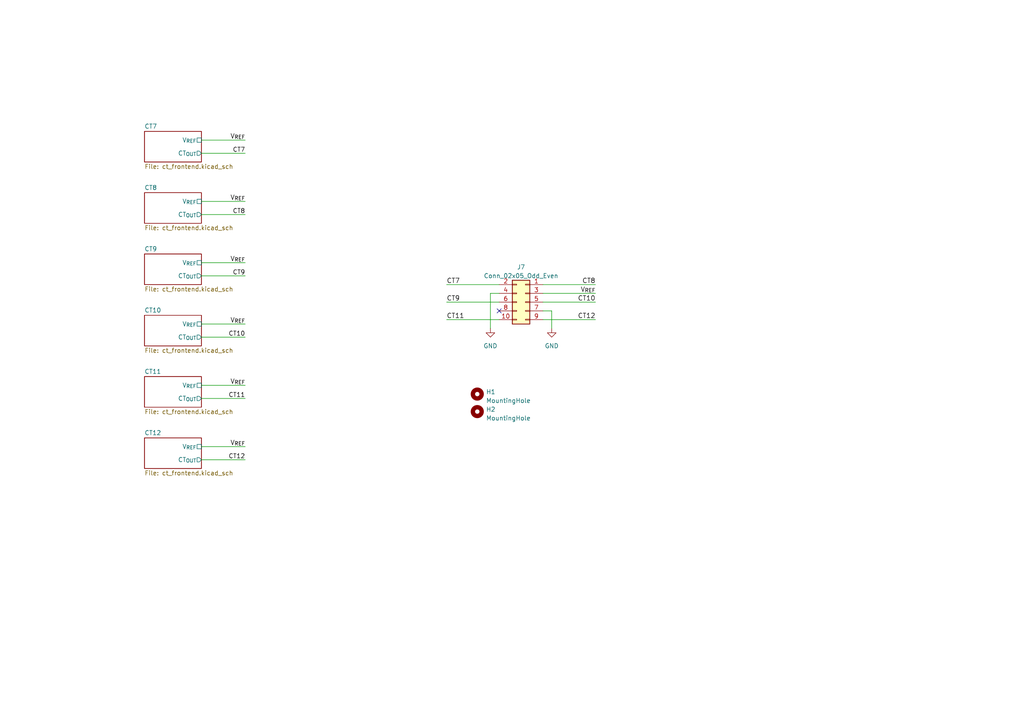
<source format=kicad_sch>
(kicad_sch (version 20250114) (generator "eeschema") (generator_version "9.0")
  (paper "A4")
  (title_block (title "emonPi3 / Tx6 6CT expander") (date "2025-12-10") (rev "v1.1") (company "OpenEnergyMonitor / Tilt Ltd") (comment 1 "Angus Logan, 2025"))
  (lib_symbols
    (symbol "Connector_Generic:Conn_02x05_Odd_Even" (pin_names (offset 1.016) (hide yes))
      (property "Reference" "J" (at 1.27 7.62 0))
      (property "Value" "Conn_02x05_Odd_Even" (at 1.27 -7.62 0))
      (symbol "Conn_02x05_Odd_Even_1_1"
        (rectangle (start -1.27 6.35) (end 3.81 -6.35) (stroke (width 0.254)) (fill (type background)))
        (rectangle (start -1.27 5.207) (end 0 4.953) (stroke (width 0.1524)))
        (rectangle (start -1.27 2.667) (end 0 2.413) (stroke (width 0.1524)))
        (rectangle (start -1.27 0.127) (end 0 -0.127) (stroke (width 0.1524)))
        (rectangle (start -1.27 -2.413) (end 0 -2.667) (stroke (width 0.1524)))
        (rectangle (start -1.27 -4.953) (end 0 -5.207) (stroke (width 0.1524)))
        (rectangle (start 3.81 5.207) (end 2.54 4.953) (stroke (width 0.1524)))
        (rectangle (start 3.81 2.667) (end 2.54 2.413) (stroke (width 0.1524)))
        (rectangle (start 3.81 0.127) (end 2.54 -0.127) (stroke (width 0.1524)))
        (rectangle (start 3.81 -2.413) (end 2.54 -2.667) (stroke (width 0.1524)))
        (rectangle (start 3.81 -4.953) (end 2.54 -5.207) (stroke (width 0.1524)))
        (pin passive line (at -5.08 5.08 0) (length 3.81) (name "Pin_1") (number "1"))
        (pin passive line (at -5.08 2.54 0) (length 3.81) (name "Pin_3") (number "3"))
        (pin passive line (at -5.08 0 0) (length 3.81) (name "Pin_5") (number "5"))
        (pin passive line (at -5.08 -2.54 0) (length 3.81) (name "Pin_7") (number "7"))
        (pin passive line (at -5.08 -5.08 0) (length 3.81) (name "Pin_9") (number "9"))
        (pin passive line (at 7.62 5.08 180) (length 3.81) (name "Pin_2") (number "2"))
        (pin passive line (at 7.62 2.54 180) (length 3.81) (name "Pin_4") (number "4"))
        (pin passive line (at 7.62 0 180) (length 3.81) (name "Pin_6") (number "6"))
        (pin passive line (at 7.62 -2.54 180) (length 3.81) (name "Pin_8") (number "8"))
        (pin passive line (at 7.62 -5.08 180) (length 3.81) (name "Pin_10") (number "10"))
      )
    )
    (symbol "Mechanical:MountingHole" (pin_names (offset 1.016))
      (property "Reference" "H" (at 0 5.08 0))
      (property "Value" "MountingHole" (at 0 3.175 0))
      (symbol "MountingHole_0_1"
        (circle (center 0 0) (radius 1.27) (stroke (width 1.27)))
      )
    )
    (symbol "power:GND" (power) (pin_names (offset 0))
      (property "Value" "GND" (at 0 -3.81 0))
      (symbol "GND_0_1"
        (polyline (pts (xy 0 0) (xy 0 -1.27) (xy 1.27 -1.27) (xy 0 -2.54) (xy -1.27 -1.27) (xy 0 -1.27)))
      )
      (symbol "GND_1_1"
        (pin power_in line (at 0 0 270) (length 0) (hide yes) (name "GND") (number "1"))
      )
    )
  )
  (no_connect (at 144.78 90.17))
  (wire (pts (xy 58.42 44.45) (xy 71.12 44.45)))
  (wire (pts (xy 58.42 76.2) (xy 71.12 76.2)))
  (wire (pts (xy 129.54 92.71) (xy 144.78 92.71)) (stroke (width 0.1524)))
  (wire (pts (xy 58.42 58.42) (xy 71.12 58.42)))
  (wire (pts (xy 58.42 111.76) (xy 71.12 111.76)))
  (wire (pts (xy 58.42 40.64) (xy 71.12 40.64)))
  (wire (pts (xy 58.42 97.79) (xy 71.12 97.79)))
  (wire (pts (xy 160.02 90.17) (xy 160.02 95.25)))
  (wire (pts (xy 58.42 80.01) (xy 71.12 80.01)))
  (wire (pts (xy 157.48 90.17) (xy 160.02 90.17)))
  (wire (pts (xy 157.48 82.55) (xy 172.72 82.55)) (stroke (width 0.1524)))
  (wire (pts (xy 142.24 85.09) (xy 142.24 95.25)))
  (wire (pts (xy 157.48 85.09) (xy 172.72 85.09)) (stroke (width 0.1524)))
  (wire (pts (xy 58.42 62.23) (xy 71.12 62.23)))
  (wire (pts (xy 58.42 93.98) (xy 71.12 93.98)))
  (wire (pts (xy 129.54 82.55) (xy 144.78 82.55)) (stroke (width 0.1524)))
  (wire (pts (xy 144.78 85.09) (xy 142.24 85.09)))
  (wire (pts (xy 58.42 115.57) (xy 71.12 115.57)))
  (wire (pts (xy 58.42 133.35) (xy 71.12 133.35)))
  (wire (pts (xy 157.48 92.71) (xy 172.72 92.71)) (stroke (width 0.1524)))
  (wire (pts (xy 157.48 87.63) (xy 172.72 87.63)) (stroke (width 0.1524)))
  (wire (pts (xy 58.42 129.54) (xy 71.12 129.54)))
  (wire (pts (xy 129.54 87.63) (xy 144.78 87.63)) (stroke (width 0.1524)))
  (label "CT12" (at 172.72 92.71 180) (effects (font (size 1.3513 1.3513))))
  (label "V_{REF}" (at 71.12 93.98 180) (effects (font (size 1.3513 1.3513))))
  (label "V_{REF}" (at 172.72 85.09 180) (effects (font (size 1.3513 1.3513))))
  (label "CT10" (at 71.12 97.79 180))
  (label "CT10" (at 172.72 87.63 180) (effects (font (size 1.3513 1.3513))))
  (label "CT9" (at 129.54 87.63 0) (effects (font (size 1.3513 1.3513))))
  (label "V_{REF}" (at 71.12 76.2 180) (effects (font (size 1.3513 1.3513))))
  (label "V_{REF}" (at 71.12 40.64 180) (effects (font (size 1.3513 1.3513))))
  (label "CT7" (at 129.54 82.55 0) (effects (font (size 1.3513 1.3513))))
  (label "V_{REF}" (at 71.12 111.76 180) (effects (font (size 1.3513 1.3513))))
  (label "CT8" (at 172.72 82.55 180) (effects (font (size 1.3513 1.3513))))
  (label "CT9" (at 71.12 80.01 180))
  (label "V_{REF}" (at 71.12 58.42 180) (effects (font (size 1.3513 1.3513))))
  (label "CT8" (at 71.12 62.23 180))
  (label "CT12" (at 71.12 133.35 180))
  (label "CT11" (at 129.54 92.71 0) (effects (font (size 1.3513 1.3513))))
  (label "CT7" (at 71.12 44.45 180))
  (label "V_{REF}" (at 71.12 129.54 180) (effects (font (size 1.3513 1.3513))))
  (label "CT11" (at 71.12 115.57 180))
  (symbol (lib_id "Mechanical:MountingHole") (at 138.43 114.3 0) (unit 1) (in_bom no)
    (property "Reference" "H1" (at 140.97 113.665 0) (effects (justify left)))
    (property "Value" "MountingHole" (at 140.97 116.205 0) (effects (justify left)))
    (property "Footprint" "MountingHole:MountingHole_2.7mm_M2.5" (effects (hide yes)))
  )
  (symbol (lib_id "Connector_Generic:Conn_02x05_Odd_Even") (at 152.4 87.63 0) (mirror y) (unit 1)
    (property "Reference" "J7" (at 151.13 77.47 0))
    (property "Value" "Conn_02x05_Odd_Even" (at 151.13 80.01 0))
    (property "Footprint" "Connector_PinHeader_2.54mm:PinHeader_2x05_P2.54mm_Vertical" (effects (hide yes)))
  )
  (symbol (lib_id "power:GND") (at 142.24 95.25 0) (mirror y) (unit 1)
    (property "Reference" "#PWR09" (effects (hide yes)))
    (property "Value" "GND" (at 142.24 100.33 0))
  )
  (symbol (lib_id "power:GND") (at 160.02 95.25 0) (mirror y) (unit 1)
    (property "Reference" "#PWR08" (effects (hide yes)))
    (property "Value" "GND" (at 160.02 100.33 0))
  )
  (symbol (lib_id "Mechanical:MountingHole") (at 138.43 119.38 0) (unit 1) (in_bom no)
    (property "Reference" "H2" (at 140.97 118.745 0) (effects (justify left)))
    (property "Value" "MountingHole" (at 140.97 121.285 0) (effects (justify left)))
    (property "Footprint" "MountingHole:MountingHole_2.7mm_M2.5" (effects (hide yes)))
  )
  (sheet (at 41.91 91.44) (size 16.51 8.89) (stroke (width 0.1524))
    (property "Sheetname" "CT10" (at 41.91 90.7284 0) (effects (justify left bottom)))
    (property "Sheetfile" "ct_frontend.kicad_sch" (at 41.91 100.9146 0) (effects (justify left top)))
    (pin "V_{REF}" passive (at 58.42 93.98 0))
    (pin "CT_{OUT}" output (at 58.42 97.79 0))
  )
  (sheet (at 41.91 73.66) (size 16.51 8.89) (stroke (width 0.1524))
    (property "Sheetname" "CT9" (at 41.91 72.9484 0) (effects (justify left bottom)))
    (property "Sheetfile" "ct_frontend.kicad_sch" (at 41.91 83.1346 0) (effects (justify left top)))
    (pin "V_{REF}" passive (at 58.42 76.2 0))
    (pin "CT_{OUT}" output (at 58.42 80.01 0))
  )
  (sheet (at 41.91 38.1) (size 16.51 8.89) (stroke (width 0.1524))
    (property "Sheetname" "CT7" (at 41.91 37.3884 0) (effects (justify left bottom)))
    (property "Sheetfile" "ct_frontend.kicad_sch" (at 41.91 47.5746 0) (effects (justify left top)))
    (pin "V_{REF}" passive (at 58.42 40.64 0))
    (pin "CT_{OUT}" output (at 58.42 44.45 0))
  )
  (sheet (at 41.91 127) (size 16.51 8.89) (stroke (width 0.1524))
    (property "Sheetname" "CT12" (at 41.91 126.2884 0) (effects (justify left bottom)))
    (property "Sheetfile" "ct_frontend.kicad_sch" (at 41.91 136.4746 0) (effects (justify left top)))
    (pin "V_{REF}" passive (at 58.42 129.54 0))
    (pin "CT_{OUT}" output (at 58.42 133.35 0))
  )
  (sheet (at 41.91 109.22) (size 16.51 8.89) (stroke (width 0.1524))
    (property "Sheetname" "CT11" (at 41.91 108.5084 0) (effects (justify left bottom)))
    (property "Sheetfile" "ct_frontend.kicad_sch" (at 41.91 118.6946 0) (effects (justify left top)))
    (pin "V_{REF}" passive (at 58.42 111.76 0))
    (pin "CT_{OUT}" output (at 58.42 115.57 0))
  )
  (sheet (at 41.91 55.88) (size 16.51 8.89) (stroke (width 0.1524))
    (property "Sheetname" "CT8" (at 41.91 55.1684 0) (effects (justify left bottom)))
    (property "Sheetfile" "ct_frontend.kicad_sch" (at 41.91 65.3546 0) (effects (justify left top)))
    (pin "V_{REF}" passive (at 58.42 58.42 0))
    (pin "CT_{OUT}" output (at 58.42 62.23 0))
  )
)
</source>
